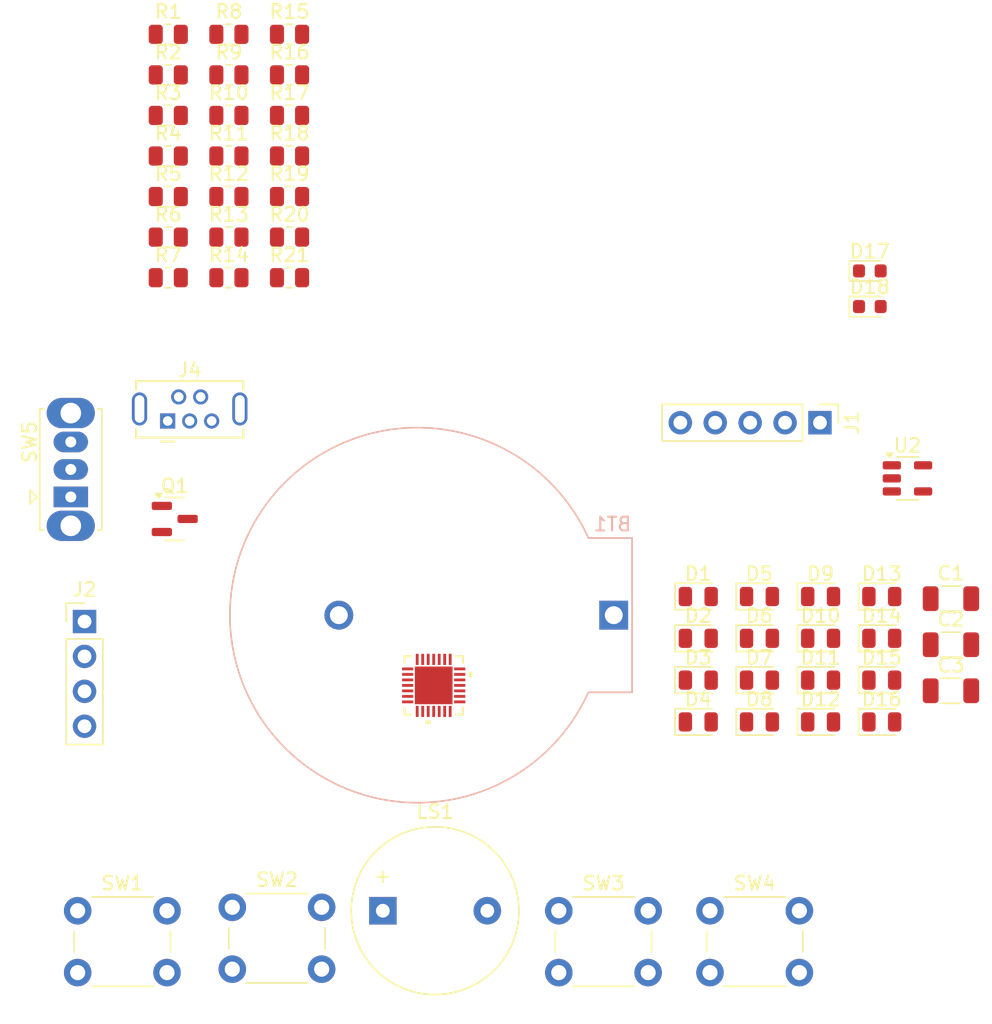
<source format=kicad_pcb>
(kicad_pcb (version 20241229) (generator "pcbnew") (generator_version "9.0")
  (layers (0 "F.Cu" signal) (2 "B.Cu" signal) (13 "F.Paste" user) (15 "B.Paste" user) (5 "F.SilkS" user "F.Silkscreen") (7 "B.SilkS" user "B.Silkscreen") (1 "F.Mask" user) (3 "B.Mask" user) (25 "Edge.Cuts" user))
  (net 0 "")
  (net 1 "Net-(BT1-+)")
  (net 2 "GND")
  (net 3 "Net-(D17-K)")
  (net 4 "Net-(SW5-B)")
  (net 5 "VCC")
  (net 6 "Net-(D1-A)")
  (net 7 "Net-(D2-A)")
  (net 8 "Net-(D3-A)")
  (net 9 "Net-(D4-A)")
  (net 10 "Net-(D5-A)")
  (net 11 "Net-(D6-A)")
  (net 12 "Net-(D7-A)")
  (net 13 "Net-(D8-A)")
  (net 14 "Net-(D9-A)")
  (net 15 "Net-(D10-A)")
  (net 16 "Net-(D11-A)")
  (net 17 "Net-(D12-A)")
  (net 18 "Net-(D13-A)")
  (net 19 "Net-(D14-A)")
  (net 20 "Net-(D15-A)")
  (net 21 "Net-(D16-A)")
  (net 22 "Net-(D17-A)")
  (net 23 "Net-(D18-K)")
  (net 24 "/MCLR")
  (net 25 "/PGC")
  (net 26 "/PGD")
  (net 27 "/SDA")
  (net 28 "/SCL")
  (net 32 "/RB5")
  (net 33 "/RB4")
  (net 34 "/RA0")
  (net 35 "/RB3")
  (net 36 "/RB2")
  (net 37 "/RB1")
  (net 38 "/RA1")
  (net 39 "/RA2")
  (net 40 "/RA3")
  (net 41 "/RA4")
  (net 42 "/RA5")
  (net 43 "/RA6")
  (net 44 "/RA7")
  (net 45 "/RC0")
  (net 46 "/RC1")
  (net 47 "/RC2")
  (net 48 "/RC5")
  (net 49 "/RC6")
  (net 50 "/RC7")
  (net 51 "/RB0")
  (footprint "Resistor_SMD:R_0805_2012Metric" (layer "F.Cu") (at 100.5925 68.5)
    (property "Reference" "R6" (at 0 -1.65 0) (layer "F.SilkS"))
    (property "Value" "C17540")
    (fp_line (start -0.227064 -0.735) (end 0.227064 -0.735) (stroke (width 0.12)) (layer "F.SilkS"))
    (fp_line (start -0.227064 0.735) (end 0.227064 0.735) (stroke (width 0.12)) (layer "F.SilkS"))
    (pad "1" smd roundrect (at -0.9125 0) (size 1.025 1.4) (layers "F.Cu" "F.Mask" "F.Paste") (roundrect_rratio 0.243902) (net 38 "/RA1"))
    (pad "2" smd roundrect (at 0.9125 0) (size 1.025 1.4) (layers "F.Cu" "F.Mask" "F.Paste") (roundrect_rratio 0.243902) (net 7 "Net-(D2-A)"))
  )
  (footprint "Resistor_SMD:R_0805_2012Metric" (layer "F.Cu") (at 109.4125 71.45)
    (property "Reference" "R21" (at 0 -1.65 0) (layer "F.SilkS"))
    (property "Value" "C17414")
    (fp_line (start -0.227064 -0.735) (end 0.227064 -0.735) (stroke (width 0.12)) (layer "F.SilkS"))
    (fp_line (start -0.227064 0.735) (end 0.227064 0.735) (stroke (width 0.12)) (layer "F.SilkS"))
    (pad "1" smd roundrect (at -0.9125 0) (size 1.025 1.4) (layers "F.Cu" "F.Mask" "F.Paste") (roundrect_rratio 0.243902) (net 2 "GND"))
    (pad "2" smd roundrect (at 0.9125 0) (size 1.025 1.4) (layers "F.Cu" "F.Mask" "F.Paste") (roundrect_rratio 0.243902) (net 3 "Net-(D17-K)"))
  )
  (footprint "LED_SMD:LED_0805_2012Metric" (layer "F.Cu") (at 139.145 97.685)
    (property "Reference" "D2" (at 0 -1.65 0) (layer "F.SilkS"))
    (property "Value" "C2297")
    (fp_line (start -1.685 -0.96) (end -1.685 0.96) (stroke (width 0.12)) (layer "F.SilkS"))
    (fp_line (start -1.685 0.96) (end 1 0.96) (stroke (width 0.12)) (layer "F.SilkS"))
    (fp_line (start 1 -0.96) (end -1.685 -0.96) (stroke (width 0.12)) (layer "F.SilkS"))
    (pad "1" smd roundrect (at -0.9375 0) (size 0.975 1.4) (layers "F.Cu" "F.Mask" "F.Paste") (net 2 "GND"))
    (pad "2" smd roundrect (at 0.9375 0) (size 0.975 1.4) (layers "F.Cu" "F.Mask" "F.Paste") (net 7 "Net-(D2-A)"))
  )
  (footprint "Button_Switch_THT:SW_PUSH_6mm_H5mm" (layer "F.Cu") (at 105.25 117.25)
    (property "Reference" "SW2" (at 3.25 -2 0) (layer "F.SilkS"))
    (property "Value" "SW_Push")
    (fp_line (start -0.25 1.5) (end -0.25 3) (stroke (width 0.12)) (layer "F.SilkS"))
    (fp_line (start 1 5.5) (end 5.5 5.5) (stroke (width 0.12)) (layer "F.SilkS"))
    (fp_line (start 5.5 -1) (end 1 -1) (stroke (width 0.12)) (layer "F.SilkS"))
    (fp_line (start 6.75 3) (end 6.75 1.5) (stroke (width 0.12)) (layer "F.SilkS"))
    (pad "1" thru_hole circle (at 0 0 90) (size 2 2) (drill 1.1) (layers "*.Cu" "*.Mask") (net 35 "/RB3"))
    (pad "1" thru_hole circle (at 6.5 0 90) (size 2 2) (drill 1.1) (layers "*.Cu" "*.Mask") (net 35 "/RB3"))
    (pad "2" thru_hole circle (at 0 4.5 90) (size 2 2) (drill 1.1) (layers "*.Cu" "*.Mask") (net 5 "VCC"))
    (pad "2" thru_hole circle (at 6.5 4.5 90) (size 2 2) (drill 1.1) (layers "*.Cu" "*.Mask") (net 5 "VCC"))
  )
  (footprint "Resistor_SMD:R_0805_2012Metric" (layer "F.Cu") (at 105.0025 56.7)
    (property "Reference" "R9" (at 0 -1.65 0) (layer "F.SilkS"))
    (property "Value" "C17540")
    (fp_line (start -0.227064 -0.735) (end 0.227064 -0.735) (stroke (width 0.12)) (layer "F.SilkS"))
    (fp_line (start -0.227064 0.735) (end 0.227064 0.735) (stroke (width 0.12)) (layer "F.SilkS"))
    (pad "1" smd roundrect (at -0.9125 0) (size 1.025 1.4) (layers "F.Cu" "F.Mask" "F.Paste") (roundrect_rratio 0.243902) (net 41 "/RA4"))
    (pad "2" smd roundrect (at 0.9125 0) (size 1.025 1.4) (layers "F.Cu" "F.Mask" "F.Paste") (roundrect_rratio 0.243902) (net 10 "Net-(D5-A)"))
  )
  (footprint "Resistor_SMD:R_0805_2012Metric" (layer "F.Cu") (at 105.0025 62.6)
    (property "Reference" "R11" (at 0 -1.65 0) (layer "F.SilkS"))
    (property "Value" "C17540")
    (fp_line (start -0.227064 -0.735) (end 0.227064 -0.735) (stroke (width 0.12)) (layer "F.SilkS"))
    (fp_line (start -0.227064 0.735) (end 0.227064 0.735) (stroke (width 0.12)) (layer "F.SilkS"))
    (pad "1" smd roundrect (at -0.9125 0) (size 1.025 1.4) (layers "F.Cu" "F.Mask" "F.Paste") (roundrect_rratio 0.243902) (net 43 "/RA6"))
    (pad "2" smd roundrect (at 0.9125 0) (size 1.025 1.4) (layers "F.Cu" "F.Mask" "F.Paste") (roundrect_rratio 0.243902) (net 12 "Net-(D7-A)"))
  )
  (footprint "Resistor_SMD:R_0805_2012Metric" (layer "F.Cu") (at 109.4125 65.55)
    (property "Reference" "R19" (at 0 -1.65 0) (layer "F.SilkS"))
    (property "Value" "C17540")
    (fp_line (start -0.227064 -0.735) (end 0.227064 -0.735) (stroke (width 0.12)) (layer "F.SilkS"))
    (fp_line (start -0.227064 0.735) (end 0.227064 0.735) (stroke (width 0.12)) (layer "F.SilkS"))
    (pad "1" smd roundrect (at -0.9125 0) (size 1.025 1.4) (layers "F.Cu" "F.Mask" "F.Paste") (roundrect_rratio 0.243902) (net 50 "/RC7"))
    (pad "2" smd roundrect (at 0.9125 0) (size 1.025 1.4) (layers "F.Cu" "F.Mask" "F.Paste") (roundrect_rratio 0.243902) (net 20 "Net-(D15-A)"))
  )
  (footprint "Resistor_SMD:R_0805_2012Metric" (layer "F.Cu") (at 109.4125 53.75)
    (property "Reference" "R15" (at 0 -1.65 0) (layer "F.SilkS"))
    (property "Value" "C17540")
    (fp_line (start -0.227064 -0.735) (end 0.227064 -0.735) (stroke (width 0.12)) (layer "F.SilkS"))
    (fp_line (start -0.227064 0.735) (end 0.227064 0.735) (stroke (width 0.12)) (layer "F.SilkS"))
    (pad "1" smd roundrect (at -0.9125 0) (size 1.025 1.4) (layers "F.Cu" "F.Mask" "F.Paste") (roundrect_rratio 0.243902) (net 47 "/RC2"))
    (pad "2" smd roundrect (at 0.9125 0) (size 1.025 1.4) (layers "F.Cu" "F.Mask" "F.Paste") (roundrect_rratio 0.243902) (net 16 "Net-(D11-A)"))
  )
  (footprint "LED_SMD:LED_0805_2012Metric" (layer "F.Cu") (at 143.595 103.765)
    (property "Reference" "D8" (at 0 -1.65 0) (layer "F.SilkS"))
    (property "Value" "C2297")
    (fp_line (start -1.685 -0.96) (end -1.685 0.96) (stroke (width 0.12)) (layer "F.SilkS"))
    (fp_line (start -1.685 0.96) (end 1 0.96) (stroke (width 0.12)) (layer "F.SilkS"))
    (fp_line (start 1 -0.96) (end -1.685 -0.96) (stroke (width 0.12)) (layer "F.SilkS"))
    (pad "1" smd roundrect (at -0.9375 0) (size 0.975 1.4) (layers "F.Cu" "F.Mask" "F.Paste") (net 2 "GND"))
    (pad "2" smd roundrect (at 0.9375 0) (size 0.975 1.4) (layers "F.Cu" "F.Mask" "F.Paste") (net 13 "Net-(D8-A)"))
  )
  (footprint "PIC18F27Q43-I-STX:VQFN28_STX_MCH" (layer "F.Cu") (at 119.899999 101.1077)
    (property "Reference" "U1" (hide yes))
    (property "Value" "PIC18F27Q43-I/STX")
    (fp_line (start -2.1209 -2.1209) (end -2.1209 -1.63434) (stroke (width 0.1524)) (layer "F.SilkS"))
    (fp_line (start -2.1209 1.63434) (end -2.1209 2.1209) (stroke (width 0.1524)) (layer "F.SilkS"))
    (fp_line (start -2.1209 2.1209) (end -1.63434 2.1209) (stroke (width 0.1524)) (layer "F.SilkS"))
    (fp_line (start -1.63434 -2.1209) (end -2.1209 -2.1209) (stroke (width 0.1524)) (layer "F.SilkS"))
    (fp_line (start 1.63434 2.1209) (end 2.1209 2.1209) (stroke (width 0.1524)) (layer "F.SilkS"))
    (fp_line (start 2.1209 -2.1209) (end 1.63434 -2.1209) (stroke (width 0.1524)) (layer "F.SilkS"))
    (fp_line (start 2.1209 -1.63434) (end 2.1209 -2.1209) (stroke (width 0.1524)) (layer "F.SilkS"))
    (fp_line (start 2.1209 2.1209) (end 2.1209 1.63434) (stroke (width 0.1524)) (layer "F.SilkS"))
    (fp_poly (pts (xy -0.590499 2.5527) (xy -0.590499 2.8067) (xy -0.209499 2.8067) (xy -0.209499 2.5527)) (fill yes) (layer "F.SilkS"))
    (fp_poly (pts (xy 2.8067 -0.990501) (xy 2.8067 -0.609501) (xy 2.5527 -0.609501) (xy 2.5527 -0.990501)) (fill yes) (layer "F.SilkS"))
    (pad "1" smd rect (at -1.8923 -1.2 90) (size 0.2032 0.8128) (layers "F.Cu" "F.Mask" "F.Paste") (net 39 "/RA2"))
    (pad "2" smd rect (at -1.8923 -0.800001 90) (size 0.2032 0.8128) (layers "F.Cu" "F.Mask" "F.Paste") (net 40 "/RA3"))
    (pad "3" smd rect (at -1.8923 -0.399999 90) (size 0.2032 0.8128) (layers "F.Cu" "F.Mask" "F.Paste") (net 41 "/RA4"))
    (pad "4" smd rect (at -1.8923 0 90) (size 0.2032 0.8128) (layers "F.Cu" "F.Mask" "F.Paste") (net 42 "/RA5"))
    (pad "5" smd rect (at -1.8923 0.399999 90) (size 0.2032 0.8128) (layers "F.Cu" "F.Mask" "F.Paste") (net 2 "GND"))
    (pad "6" smd rect (at -1.8923 0.800001 90) (size 0.2032 0.8128) (layers "F.Cu" "F.Mask" "F.Paste") (net 44 "/RA7"))
    (pad "7" smd rect (at -1.8923 1.2 90) (size 0.2032 0.8128) (layers "F.Cu" "F.Mask" "F.Paste") (net 43 "/RA6"))
    (pad "8" smd rect (at -1.2 1.8923) (size 0.2032 0.8128) (layers "F.Cu" "F.Mask" "F.Paste") (net 45 "/RC0"))
    (pad "9" smd rect (at -0.800001 1.8923) (size 0.2032 0.8128) (layers "F.Cu" "F.Mask" "F.Paste") (net 46 "/RC1"))
    (pad "10" smd rect (at -0.399999 1.8923) (size 0.2032 0.8128) (layers "F.Cu" "F.Mask" "F.Paste") (net 47 "/RC2"))
    (pad "11" smd rect (at 0 1.8923) (size 0.2032 0.8128) (layers "F.Cu" "F.Mask" "F.Paste") (net 28 "/SCL"))
    (pad "12" smd rect (at 0.399999 1.8923) (size 0.2032 0.8128) (layers "F.Cu" "F.Mask" "F.Paste") (net 27 "/SDA"))
    (pad "13" smd rect (at 0.800001 1.8923) (size 0.2032 0.8128) (layers "F.Cu" "F.Mask" "F.Paste") (net 48 "/RC5"))
    (pad "14" smd rect (at 1.2 1.8923) (size 0.2032 0.8128) (layers "F.Cu" "F.Mask" "F.Paste") (net 49 "/RC6"))
    (pad "15" smd rect (at 1.8923 1.2 90) (size 0.2032 0.8128) (layers "F.Cu" "F.Mask" "F.Paste") (net 50 "/RC7"))
    (pad "16" smd rect (at 1.8923 0.800001 90) (size 0.2032 0.8128) (layers "F.Cu" "F.Mask" "F.Paste") (net 2 "GND"))
    (pad "17" smd rect (at 1.8923 0.399999 90) (size 0.2032 0.8128) (layers "F.Cu" "F.Mask" "F.Paste") (net 5 "VCC"))
    (pad "18" smd rect (at 1.8923 0 90) (size 0.2032 0.8128) (layers "F.Cu" "F.Mask" "F.Paste") (net 51 "/RB0"))
    (pad "19" smd rect (at 1.8923 -0.399999 90) (size 0.2032 0.8128) (layers "F.Cu" "F.Mask" "F.Paste") (net 37 "/RB1"))
    (pad "20" smd rect (at 1.8923 -0.800001 90) (size 0.2032 0.8128) (layers "F.Cu" "F.Mask" "F.Paste") (net 36 "/RB2"))
    (pad "21" smd rect (at 1.8923 -1.2 90) (size 0.2032 0.8128) (layers "F.Cu" "F.Mask" "F.Paste") (net 35 "/RB3"))
    (pad "22" smd rect (at 1.2 -1.8923) (size 0.2032 0.8128) (layers "F.Cu" "F.Mask" "F.Paste") (net 33 "/RB4"))
    (pad "23" smd rect (at 0.800001 -1.8923) (size 0.2032 0.8128) (layers "F.Cu" "F.Mask" "F.Paste") (net 32 "/RB5"))
    (pad "24" smd rect (at 0.399999 -1.8923) (size 0.2032 0.8128) (layers "F.Cu" "F.Mask" "F.Paste") (net 25 "/PGC"))
    (pad "25" smd rect (at 0 -1.8923) (size 0.2032 0.8128) (layers "F.Cu" "F.Mask" "F.Paste") (net 26 "/PGD"))
    (pad "26" smd rect (at -0.399999 -1.8923) (size 0.2032 0.8128) (layers "F.Cu" "F.Mask" "F.Paste") (net 24 "/MCLR"))
    (pad "27" smd rect (at -0.800001 -1.8923) (size 0.2032 0.8128) (layers "F.Cu" "F.Mask" "F.Paste") (net 34 "/RA0"))
    (pad "28" smd rect (at -1.2 -1.8923) (size 0.2032 0.8128) (layers "F.Cu" "F.Mask" "F.Paste") (net 38 "/RA1"))
    (pad "29" smd rect (at 0 0) (size 2.7432 2.7432) (layers "F.Cu" "F.Mask" "F.Paste") (net 2 "GND"))
  )
  (footprint "Resistor_SMD:R_0805_2012Metric" (layer "F.Cu") (at 109.4125 68.5)
    (property "Reference" "R20" (at 0 -1.65 0) (layer "F.SilkS"))
    (property "Value" "C17540")
    (fp_line (start -0.227064 -0.735) (end 0.227064 -0.735) (stroke (width 0.12)) (layer "F.SilkS"))
    (fp_line (start -0.227064 0.735) (end 0.227064 0.735) (stroke (width 0.12)) (layer "F.SilkS"))
    (pad "1" smd roundrect (at -0.9125 0) (size 1.025 1.4) (layers "F.Cu" "F.Mask" "F.Paste") (roundrect_rratio 0.243902) (net 51 "/RB0"))
    (pad "2" smd roundrect (at 0.9125 0) (size 1.025 1.4) (layers "F.Cu" "F.Mask" "F.Paste") (roundrect_rratio 0.243902) (net 21 "Net-(D16-A)"))
  )
  (footprint "LED_SMD:LED_0805_2012Metric" (layer "F.Cu") (at 139.145 94.645)
    (property "Reference" "D1" (at 0 -1.65 0) (layer "F.SilkS"))
    (property "Value" "C2297")
    (fp_line (start -1.685 -0.96) (end -1.685 0.96) (stroke (width 0.12)) (layer "F.SilkS"))
    (fp_line (start -1.685 0.96) (end 1 0.96) (stroke (width 0.12)) (layer "F.SilkS"))
    (fp_line (start 1 -0.96) (end -1.685 -0.96) (stroke (width 0.12)) (layer "F.SilkS"))
    (pad "1" smd roundrect (at -0.9375 0) (size 0.975 1.4) (layers "F.Cu" "F.Mask" "F.Paste") (net 2 "GND"))
    (pad "2" smd roundrect (at 0.9375 0) (size 0.975 1.4) (layers "F.Cu" "F.Mask" "F.Paste") (net 6 "Net-(D1-A)"))
  )
  (footprint "LED_SMD:LED_0805_2012Metric" (layer "F.Cu") (at 143.595 94.645)
    (property "Reference" "D5" (at 0 -1.65 0) (layer "F.SilkS"))
    (property "Value" "C2297")
    (fp_line (start -1.685 -0.96) (end -1.685 0.96) (stroke (width 0.12)) (layer "F.SilkS"))
    (fp_line (start -1.685 0.96) (end 1 0.96) (stroke (width 0.12)) (layer "F.SilkS"))
    (fp_line (start 1 -0.96) (end -1.685 -0.96) (stroke (width 0.12)) (layer "F.SilkS"))
    (pad "1" smd roundrect (at -0.9375 0) (size 0.975 1.4) (layers "F.Cu" "F.Mask" "F.Paste") (net 2 "GND"))
    (pad "2" smd roundrect (at 0.9375 0) (size 0.975 1.4) (layers "F.Cu" "F.Mask" "F.Paste") (net 10 "Net-(D5-A)"))
  )
  (footprint "Resistor_SMD:R_0805_2012Metric" (layer "F.Cu") (at 109.4125 59.65)
    (property "Reference" "R17" (at 0 -1.65 0) (layer "F.SilkS"))
    (property "Value" "C17540")
    (fp_line (start -0.227064 -0.735) (end 0.227064 -0.735) (stroke (width 0.12)) (layer "F.SilkS"))
    (fp_line (start -0.227064 0.735) (end 0.227064 0.735) (stroke (width 0.12)) (layer "F.SilkS"))
    (pad "1" smd roundrect (at -0.9125 0) (size 1.025 1.4) (layers "F.Cu" "F.Mask" "F.Paste") (roundrect_rratio 0.243902) (net 49 "/RC6"))
    (pad "2" smd roundrect (at 0.9125 0) (size 1.025 1.4) (layers "F.Cu" "F.Mask" "F.Paste") (roundrect_rratio 0.243902) (net 18 "Net-(D13-A)"))
  )
  (footprint "Resistor_SMD:R_0805_2012Metric" (layer "F.Cu") (at 100.5925 62.6)
    (property "Reference" "R4" (at 0 -1.65 0) (layer "F.SilkS"))
    (property "Value" "C17414")
    (fp_line (start -0.227064 -0.735) (end 0.227064 -0.735) (stroke (width 0.12)) (layer "F.SilkS"))
    (fp_line (start -0.227064 0.735) (end 0.227064 0.735) (stroke (width 0.12)) (layer "F.SilkS"))
    (pad "1" smd roundrect (at -0.9125 0) (size 1.025 1.4) (layers "F.Cu" "F.Mask" "F.Paste") (roundrect_rratio 0.243902) (net 2 "GND"))
    (pad "2" smd roundrect (at 0.9125 0) (size 1.025 1.4) (layers "F.Cu" "F.Mask" "F.Paste") (roundrect_rratio 0.243902) (net 36 "/RB2"))
  )
  (footprint "Resistor_SMD:R_0805_2012Metric" (layer "F.Cu") (at 100.5925 65.55)
    (property "Reference" "R5" (at 0 -1.65 0) (layer "F.SilkS"))
    (property "Value" "C17414")
    (fp_line (start -0.227064 -0.735) (end 0.227064 -0.735) (stroke (width 0.12)) (layer "F.SilkS"))
    (fp_line (start -0.227064 0.735) (end 0.227064 0.735) (stroke (width 0.12)) (layer "F.SilkS"))
    (pad "1" smd roundrect (at -0.9125 0) (size 1.025 1.4) (layers "F.Cu" "F.Mask" "F.Paste") (roundrect_rratio 0.243902) (net 2 "GND"))
    (pad "2" smd roundrect (at 0.9125 0) (size 1.025 1.4) (layers "F.Cu" "F.Mask" "F.Paste") (roundrect_rratio 0.243902) (net 37 "/RB1"))
  )
  (footprint "Resistor_SMD:R_0805_2012Metric" (layer "F.Cu") (at 105.0025 59.65)
    (property "Reference" "R10" (at 0 -1.65 0) (layer "F.SilkS"))
    (property "Value" "C17540")
    (fp_line (start -0.227064 -0.735) (end 0.227064 -0.735) (stroke (width 0.12)) (layer "F.SilkS"))
    (fp_line (start -0.227064 0.735) (end 0.227064 0.735) (stroke (width 0.12)) (layer "F.SilkS"))
    (pad "1" smd roundrect (at -0.9125 0) (size 1.025 1.4) (layers "F.Cu" "F.Mask" "F.Paste") (roundrect_rratio 0.243902) (net 42 "/RA5"))
    (pad "2" smd roundrect (at 0.9125 0) (size 1.025 1.4) (layers "F.Cu" "F.Mask" "F.Paste") (roundrect_rratio 0.243902) (net 11 "Net-(D6-A)"))
  )
  (footprint "Resistor_SMD:R_0805_2012Metric" (layer "F.Cu") (at 105.0025 71.45)
    (property "Reference" "R14" (at 0 -1.65 0) (layer "F.SilkS"))
    (property "Value" "C17540")
    (fp_line (start -0.227064 -0.735) (end 0.227064 -0.735) (stroke (width 0.12)) (layer "F.SilkS"))
    (fp_line (start -0.227064 0.735) (end 0.227064 0.735) (stroke (width 0.12)) (layer "F.SilkS"))
    (pad "1" smd roundrect (at -0.9125 0) (size 1.025 1.4) (layers "F.Cu" "F.Mask" "F.Paste") (roundrect_rratio 0.243902) (net 46 "/RC1"))
    (pad "2" smd roundrect (at 0.9125 0) (size 1.025 1.4) (layers "F.Cu" "F.Mask" "F.Paste") (roundrect_rratio 0.243902) (net 15 "Net-(D10-A)"))
  )
  (footprint "Button_Switch_THT:SW_PUSH_6mm_H5mm" (layer "F.Cu") (at 129 117.5)
    (property "Reference" "SW3" (at 3.25 -2 0) (layer "F.SilkS"))
    (property "Value" "SW_Push")
    (fp_line (start -0.25 1.5) (end -0.25 3) (stroke (width 0.12)) (layer "F.SilkS"))
    (fp_line (start 1 5.5) (end 5.5 5.5) (stroke (width 0.12)) (layer "F.SilkS"))
    (fp_line (start 5.5 -1) (end 1 -1) (stroke (width 0.12)) (layer "F.SilkS"))
    (fp_line (start 6.75 3) (end 6.75 1.5) (stroke (width 0.12)) (layer "F.SilkS"))
    (pad "1" thru_hole circle (at 0 0 90) (size 2 2) (drill 1.1) (layers "*.Cu" "*.Mask") (net 36 "/RB2"))
    (pad "1" thru_hole circle (at 6.5 0 90) (size 2 2) (drill 1.1) (layers "*.Cu" "*.Mask") (net 36 "/RB2"))
    (pad "2" thru_hole circle (at 0 4.5 90) (size 2 2) (drill 1.1) (layers "*.Cu" "*.Mask") (net 5 "VCC"))
    (pad "2" thru_hole circle (at 6.5 4.5 90) (size 2 2) (drill 1.1) (layers "*.Cu" "*.Mask") (net 5 "VCC"))
  )
  (footprint "Connector_USB:USB_Mini-B_Tensility_54-00023_Vertical" (layer "F.Cu") (at 100.55 81.875)
    (property "Reference" "J4" (at 1.6 -3.7 0) (layer "F.SilkS"))
    (property "Value" "USB_B_Mini")
    (fp_line (start -2.3 -2.9) (end 5.5 -2.9) (stroke (width 0.15)) (layer "F.SilkS"))
    (fp_line (start -2.3 -2.3) (end -2.3 -2.9) (stroke (width 0.15)) (layer "F.SilkS"))
    (fp_line (start -2.3 0.6) (end -2.3 1.2) (stroke (width 0.15)) (layer "F.SilkS"))
    (fp_line (start -2.3 1.2) (end 5.5 1.2) (stroke (width 0.15)) (layer "F.SilkS"))
    (fp_line (start -0.5 1.5) (end 0.5 1.5) (stroke (width 0.15)) (layer "F.SilkS"))
    (fp_line (start 5.5 -2.9) (end 5.5 -2.3) (stroke (width 0.15)) (layer "F.SilkS"))
    (fp_line (start 5.5 1.2) (end 5.5 0.6) (stroke (width 0.15)) (layer "F.SilkS"))
    (pad "1" thru_hole rect (at 0 0) (size 1.1 1.1) (drill 0.7) (layers "*.Cu" "*.Mask") (net 22 "Net-(D17-A)"))
    (pad "2" thru_hole circle (at 0.8 -1.75) (size 1.1 1.1) (drill 0.7) (layers "*.Cu" "*.Mask"))
    (pad "3" thru_hole circle (at 1.6 0) (size 1.1 1.1) (drill 0.7) (layers "*.Cu" "*.Mask"))
    (pad "4" thru_hole circle (at 2.4 -1.75) (size 1.1 1.1) (drill 0.7) (layers "*.Cu" "*.Mask"))
    (pad "5" thru_hole circle (at 3.2 0) (size 1.1 1.1) (drill 0.7) (layers "*.Cu" "*.Mask") (net 2 "GND"))
    (pad "6" thru_hole oval (at -2.05 -0.875) (size 1.1 2.4) (drill oval 0.7 2) (layers "*.Cu" "*.Mask") (net 2 "GND"))
    (pad "6" thru_hole oval (at 5.25 -0.875) (size 1.1 2.4) (drill oval 0.7 2) (layers "*.Cu" "*.Mask") (net 2 "GND"))
  )
  (footprint "Button_Switch_THT:SW_PUSH_6mm_H5mm" (layer "F.Cu") (at 140 117.5)
    (property "Reference" "SW4" (at 3.25 -2 0) (layer "F.SilkS"))
    (property "Value" "SW_Push")
    (fp_line (start -0.25 1.5) (end -0.25 3) (stroke (width 0.12)) (layer "F.SilkS"))
    (fp_line (start 1 5.5) (end 5.5 5.5) (stroke (width 0.12)) (layer "F.SilkS"))
    (fp_line (start 5.5 -1) (end 1 -1) (stroke (width 0.12)) (layer "F.SilkS"))
    (fp_line (start 6.75 3) (end 6.75 1.5) (stroke (width 0.12)) (layer "F.SilkS"))
    (pad "1" thru_hole circle (at 0 0 90) (size 2 2) (drill 1.1) (layers "*.Cu" "*.Mask") (net 37 "/RB1"))
    (pad "1" thru_hole circle (at 6.5 0 90) (size 2 2) (drill 1.1) (layers "*.Cu" "*.Mask") (net 37 "/RB1"))
    (pad "2" thru_hole circle (at 0 4.5 90) (size 2 2) (drill 1.1) (layers "*.Cu" "*.Mask") (net 5 "VCC"))
    (pad "2" thru_hole circle (at 6.5 4.5 90) (size 2 2) (drill 1.1) (layers "*.Cu" "*.Mask") (net 5 "VCC"))
  )
  (footprint "Button_Switch_THT:SW_Slide_SPDT_Straight_CK_OS102011MS2Q" (layer "F.Cu") (at 93.5 87.4 90)
    (property "Reference" "SW5" (at 3.99 -2.99 90) (layer "F.SilkS"))
    (property "Value" "SW_SPDT")
    (fp_line (start 0.5 -2.96) (end -0.5 -2.96) (stroke (width 0.12)) (layer "F.SilkS"))
    (fp_line (start -0.5 -2.96) (end 0 -2.46) (stroke (width 0.12)) (layer "F.SilkS"))
    (fp_line (start 0 -2.46) (end 0.5 -2.96) (stroke (width 0.12)) (layer "F.SilkS"))
    (fp_line (start 6.41 -2.26) (end 6.41 -1.95) (stroke (width 0.12)) (layer "F.SilkS"))
    (fp_line (start -2.41 -2.26) (end 6.41 -2.26) (stroke (width 0.12)) (layer "F.SilkS"))
    (fp_line (start -2.41 -1.95) (end -2.41 -2.26) (stroke (width 0.12)) (layer "F.SilkS"))
    (fp_line (start 6.41 2.26) (end 6.41 1.95) (stroke (width 0.12)) (layer "F.SilkS"))
    (fp_line (start 6.41 2.26) (end -2.41 2.26) (stroke (width 0.12)) (layer "F.SilkS"))
    (fp_line (start -2.41 2.26) (end -2.41 1.95) (stroke (width 0.12)) (layer "F.SilkS"))
    (pad "" thru_hole oval (at -2.1 0 90) (size 2.2 3.5) (drill 1.5) (layers "*.Cu" "*.Mask"))
    (pad "" thru_hole oval (at 6.1 0 90) (size 2.2 3.5) (drill 1.5) (layers "*.Cu" "*.Mask"))
    (pad "1" thru_hole rect (at 0 0 90) (size 1.5 2.5) (drill 0.8) (layers "*.Cu" "*.Mask") (net 5 "VCC"))
    (pad "2" thru_hole oval (at 2 0 90) (size 1.5 2.5) (drill 0.8) (layers "*.Cu" "*.Mask") (net 4 "Net-(SW5-B)"))
    (pad "3" thru_hole oval (at 4 0 90) (size 1.5 2.5) (drill 0.8) (layers "*.Cu" "*.Mask"))
  )
  (footprint "Connector_PinHeader_2.54mm:PinHeader_1x04_P2.54mm_Vertical" (layer "F.Cu") (at 94.5 96.46)
    (property "Reference" "J2" (at 0 -2.33 0) (layer "F.SilkS"))
    (property "Value" "OLED_Connector")
    (fp_line (start -1.33 -1.33) (end 0 -1.33) (stroke (width 0.12)) (layer "F.SilkS"))
    (fp_line (start -1.33 0) (end -1.33 -1.33) (stroke (width 0.12)) (layer "F.SilkS"))
    (fp_line (start -1.33 1.27) (end -1.33 8.95) (stroke (width 0.12)) (layer "F.SilkS"))
    (fp_line (start -1.33 1.27) (end 1.33 1.27) (stroke (width 0.12)) (layer "F.SilkS"))
    (fp_line (start -1.33 8.95) (end 1.33 8.95) (stroke (width 0.12)) (layer "F.SilkS"))
    (fp_line (start 1.33 1.27) (end 1.33 8.95) (stroke (width 0.12)) (layer "F.SilkS"))
    (pad "1" thru_hole rect (at 0 0) (size 1.7 1.7) (drill 1) (layers "*.Cu" "*.Mask") (net 27 "/SDA"))
    (pad "2" thru_hole oval (at 0 2.54) (size 1.7 1.7) (drill 1) (layers "*.Cu" "*.Mask") (net 28 "/SCL"))
    (pad "3" thru_hole oval (at 0 5.08) (size 1.7 1.7) (drill 1) (layers "*.Cu" "*.Mask") (net 5 "VCC"))
    (pad "4" thru_hole oval (at 0 7.62) (size 1.7 1.7) (drill 1) (layers "*.Cu" "*.Mask") (net 2 "GND"))
  )
  (footprint "LED_SMD:LED_0805_2012Metric" (layer "F.Cu") (at 148.045 100.725)
    (property "Reference" "D11" (at 0 -1.65 0) (layer "F.SilkS"))
    (property "Value" "C2297")
    (fp_line (start -1.685 -0.96) (end -1.685 0.96) (stroke (width 0.12)) (layer "F.SilkS"))
    (fp_line (start -1.685 0.96) (end 1 0.96) (stroke (width 0.12)) (layer "F.SilkS"))
    (fp_line (start 1 -0.96) (end -1.685 -0.96) (stroke (width 0.12)) (layer "F.SilkS"))
    (pad "1" smd roundrect (at -0.9375 0) (size 0.975 1.4) (layers "F.Cu" "F.Mask" "F.Paste") (net 2 "GND"))
    (pad "2" smd roundrect (at 0.9375 0) (size 0.975 1.4) (layers "F.Cu" "F.Mask" "F.Paste") (net 16 "Net-(D11-A)"))
  )
  (footprint "LED_SMD:LED_0805_2012Metric" (layer "F.Cu") (at 148.045 97.685)
    (property "Reference" "D10" (at 0 -1.65 0) (layer "F.SilkS"))
    (property "Value" "C2297")
    (fp_line (start -1.685 -0.96) (end -1.685 0.96) (stroke (width 0.12)) (layer "F.SilkS"))
    (fp_line (start -1.685 0.96) (end 1 0.96) (stroke (width 0.12)) (layer "F.SilkS"))
    (fp_line (start 1 -0.96) (end -1.685 -0.96) (stroke (width 0.12)) (layer "F.SilkS"))
    (pad "1" smd roundrect (at -0.9375 0) (size 0.975 1.4) (layers "F.Cu" "F.Mask" "F.Paste") (net 2 "GND"))
    (pad "2" smd roundrect (at 0.9375 0) (size 0.975 1.4) (layers "F.Cu" "F.Mask" "F.Paste") (net 15 "Net-(D10-A)"))
  )
  (footprint "Connector_PinHeader_2.54mm:PinHeader_1x05_P2.54mm_Vertical" (layer "F.Cu") (at 148 82 -90)
    (property "Reference" "J1" (at 0 -2.33 90) (layer "F.SilkS"))
    (property "Value" "Conn_PIC_ICSP_ICD")
    (fp_line (start -1.33 11.49) (end 1.33 11.49) (stroke (width 0.12)) (layer "F.SilkS"))
    (fp_line (start -1.33 1.27) (end -1.33 11.49) (stroke (width 0.12)) (layer "F.SilkS"))
    (fp_line (start -1.33 1.27) (end 1.33 1.27) (stroke (width 0.12)) (layer "F.SilkS"))
    (fp_line (start 1.33 1.27) (end 1.33 11.49) (stroke (width 0.12)) (layer "F.SilkS"))
    (fp_line (start -1.33 0) (end -1.33 -1.33) (stroke (width 0.12)) (layer "F.SilkS"))
    (fp_line (start -1.33 -1.33) (end 0 -1.33) (stroke (width 0.12)) (layer "F.SilkS"))
    (pad "1" thru_hole rect (at 0 0 270) (size 1.7 1.7) (drill 1) (layers "*.Cu" "*.Mask") (net 24 "/MCLR"))
    (pad "2" thru_hole oval (at 0 2.54 270) (size 1.7 1.7) (drill 1) (layers "*.Cu" "*.Mask") (net 5 "VCC"))
    (pad "3" thru_hole oval (at 0 5.08 270) (size 1.7 1.7) (drill 1) (layers "*.Cu" "*.Mask") (net 2 "GND"))
    (pad "4" thru_hole oval (at 0 7.62 270) (size 1.7 1.7) (drill 1) (layers "*.Cu" "*.Mask") (net 26 "/PGD"))
    (pad "5" thru_hole oval (at 0 10.16 270) (size 1.7 1.7) (drill 1) (layers "*.Cu" "*.Mask") (net 25 "/PGC"))
  )
  (footprint "Buzzer_Beeper:Buzzer_12x9.5RM7.6" (layer "F.Cu") (at 116.2 117.5)
    (property "Reference" "LS1" (at 3.8 -7.2 0) (layer "F.SilkS"))
    (property "Value" "Speaker")
    (fp_circle (center 3.8 0) (end 9.9 0) (stroke (width 0.12)) (fill no) (layer "F.SilkS"))
    (fp_text user "+" (at -0.01 -2.54 0) (layer "F.SilkS"))
    (pad "1" thru_hole rect (at 0 0) (size 2 2) (drill 1) (layers "*.Cu" "*.Mask") (net 32 "/RB5"))
    (pad "2" thru_hole circle (at 7.6 0) (size 2 2) (drill 1) (layers "*.Cu" "*.Mask") (net 2 "GND"))
  )
  (footprint "Capacitor_SMD:C_1206_3216Metric" (layer "F.Cu") (at 157.525 94.8)
    (property "Reference" "C1" (at 0 -1.85 0) (layer "F.SilkS"))
    (property "Value" "C15008")
    (fp_line (start -0.711252 -0.91) (end 0.711252 -0.91) (stroke (width 0.12)) (layer "F.SilkS"))
    (fp_line (start -0.711252 0.91) (end 0.711252 0.91) (stroke (width 0.12)) (layer "F.SilkS"))
    (pad "1" smd roundrect (at -1.475 0) (size 1.15 1.8) (layers "F.Cu" "F.Mask" "F.Paste") (roundrect_rratio 0.217391) (net 3 "Net-(D17-K)"))
    (pad "2" smd roundrect (at 1.475 0) (size 1.15 1.8) (layers "F.Cu" "F.Mask" "F.Paste") (roundrect_rratio 0.217391) (net 2 "GND"))
  )
  (footprint "Resistor_SMD:R_0805_2012Metric" (layer "F.Cu") (at 100.5925 56.7)
    (property "Reference" "R2" (at 0 -1.65 0) (layer "F.SilkS"))
    (property "Value" "C17540")
    (fp_line (start -0.227064 -0.735) (end 0.227064 -0.735) (stroke (width 0.12)) (layer "F.SilkS"))
    (fp_line (start -0.227064 0.735) (end 0.227064 0.735) (stroke (width 0.12)) (layer "F.SilkS"))
    (pad "1" smd roundrect (at -0.9125 0) (size 1.025 1.4) (layers "F.Cu" "F.Mask" "F.Paste") (roundrect_rratio 0.243902) (net 34 "/RA0"))
    (pad "2" smd roundrect (at 0.9125 0) (size 1.025 1.4) (layers "F.Cu" "F.Mask" "F.Paste") (roundrect_rratio 0.243902) (net 6 "Net-(D1-A)"))
  )
  (footprint "LED_SMD:LED_0805_2012Metric" (layer "F.Cu") (at 152.495 103.765)
    (property "Reference" "D16" (at 0 -1.65 0) (layer "F.SilkS"))
    (property "Value" "C2297")
    (fp_line (start -1.685 -0.96) (end -1.685 0.96) (stroke (width 0.12)) (layer "F.SilkS"))
    (fp_line (start -1.685 0.96) (end 1 0.96) (stroke (width 0.12)) (layer "F.SilkS"))
    (fp_line (start 1 -0.96) (end -1.685 -0.96) (stroke (width 0.12)) (layer "F.SilkS"))
    (pad "1" smd roundrect (at -0.9375 0) (size 0.975 1.4) (layers "F.Cu" "F.Mask" "F.Paste") (net 2 "GND"))
    (pad "2" smd roundrect (at 0.9375 0) (size 0.975 1.4) (layers "F.Cu" "F.Mask" "F.Paste") (net 21 "Net-(D16-A)"))
  )
  (footprint "LED_SMD:LED_0805_2012Metric" (layer "F.Cu") (at 139.145 100.725)
    (property "Reference" "D3" (at 0 -1.65 0) (layer "F.SilkS"))
    (property "Value" "C2297")
    (fp_line (start -1.685 -0.96) (end -1.685 0.96) (stroke (width 0.12)) (layer "F.SilkS"))
    (fp_line (start -1.685 0.96) (end 1 0.96) (stroke (width 0.12)) (layer "F.SilkS"))
    (fp_line (start 1 -0.96) (end -1.685 -0.96) (stroke (width 0.12)) (layer "F.SilkS"))
    (pad "1" smd roundrect (at -0.9375 0) (size 0.975 1.4) (layers "F.Cu" "F.Mask" "F.Paste") (net 2 "GND"))
    (pad "2" smd roundrect (at 0.9375 0) (size 0.975 1.4) (layers "F.Cu" "F.Mask" "F.Paste") (net 8 "Net-(D3-A)"))
  )
  (footprint "Resistor_SMD:R_0805_2012Metric" (layer "F.Cu") (at 100.5925 53.75)
    (property "Reference" "R1" (at 0 -1.65 0) (layer "F.SilkS"))
    (property "Value" "C17414")
    (fp_line (start -0.227064 -0.735) (end 0.227064 -0.735) (stroke (width 0.12)) (layer "F.SilkS"))
    (fp_line (start -0.227064 0.735) (end 0.227064 0.735) (stroke (width 0.12)) (layer "F.SilkS"))
    (pad "1" smd roundrect (at -0.9125 0) (size 1.025 1.4) (layers "F.Cu" "F.Mask" "F.Paste") (roundrect_rratio 0.243902) (net 2 "GND"))
    (pad "2" smd roundrect (at 0.9125 0) (size 1.025 1.4) (layers "F.Cu" "F.Mask" "F.Paste") (roundrect_rratio 0.243902) (net 33 "/RB4"))
  )
  (footprint "LED_SMD:LED_0805_2012Metric" (layer "F.Cu") (at 148.045 94.645)
    (property "Reference" "D9" (at 0 -1.65 0) (layer "F.SilkS"))
    (property "Value" "C2297")
    (fp_line (start -1.685 -0.96) (end -1.685 0.96) (stroke (width 0.12)) (layer "F.SilkS"))
    (fp_line (start -1.685 0.96) (end 1 0.96) (stroke (width 0.12)) (layer "F.SilkS"))
    (fp_line (start 1 -0.96) (end -1.685 -0.96) (stroke (width 0.12)) (layer "F.SilkS"))
    (pad "1" smd roundrect (at -0.9375 0) (size 0.975 1.4) (layers "F.Cu" "F.Mask" "F.Paste") (net 2 "GND"))
    (pad "2" smd roundrect (at 0.9375 0) (size 0.975 1.4) (layers "F.Cu" "F.Mask" "F.Paste") (net 14 "Net-(D9-A)"))
  )
  (footprint "Resistor_SMD:R_0805_2012Metric" (layer "F.Cu") (at 105.0025 65.55)
    (property "Reference" "R12" (at 0 -1.65 0) (layer "F.SilkS"))
    (property "Value" "C17540")
    (fp_line (start -0.227064 -0.735) (end 0.227064 -0.735) (stroke (width 0.12)) (layer "F.SilkS"))
    (fp_line (start -0.227064 0.735) (end 0.227064 0.735) (stroke (width 0.12)) (layer "F.SilkS"))
    (pad "1" smd roundrect (at -0.9125 0) (size 1.025 1.4) (layers "F.Cu" "F.Mask" "F.Paste") (roundrect_rratio 0.243902) (net 44 "/RA7"))
    (pad "2" smd roundrect (at 0.9125 0) (size 1.025 1.4) (layers "F.Cu" "F.Mask" "F.Paste") (roundrect_rratio 0.243902) (net 13 "Net-(D8-A)"))
  )
  (footprint "Resistor_SMD:R_0805_2012Metric" (layer "F.Cu") (at 109.4125 62.6)
    (property "Reference" "R18" (at 0 -1.65 0) (layer "F.SilkS"))
    (property "Value" "C17540")
    (fp_line (start -0.227064 -0.735) (end 0.227064 -0.735) (stroke (width 0.12)) (layer "F.SilkS"))
    (fp_line (start -0.227064 0.735) (end 0.227064 0.735) (stroke (width 0.12)) (layer "F.SilkS"))
    (pad "1" smd roundrect (at -0.9125 0) (size 1.025 1.4) (layers "F.Cu" "F.Mask" "F.Paste") (roundrect_rratio 0.243902) (net 5 "VCC"))
    (pad "2" smd roundrect (at 0.9125 0) (size 1.025 1.4) (layers "F.Cu" "F.Mask" "F.Paste") (roundrect_rratio 0.243902) (net 19 "Net-(D14-A)"))
  )
  (footprint "LED_SMD:LED_0805_2012Metric" (layer "F.Cu") (at 143.595 97.685)
    (property "Reference" "D6" (at 0 -1.65 0) (layer "F.SilkS"))
    (property "Value" "C2297")
    (fp_line (start -1.685 -0.96) (end -1.685 0.96) (stroke (width 0.12)) (layer "F.SilkS"))
    (fp_line (start -1.685 0.96) (end 1 0.96) (stroke (width 0.12)) (layer "F.SilkS"))
    (fp_line (start 1 -0.96) (end -1.685 -0.96) (stroke (width 0.12)) (layer "F.SilkS"))
    (pad "1" smd roundrect (at -0.9375 0) (size 0.975 1.4) (layers "F.Cu" "F.Mask" "F.Paste") (net 2 "GND"))
    (pad "2" smd roundrect (at 0.9375 0) (size 0.975 1.4) (layers "F.Cu" "F.Mask" "F.Paste") (net 11 "Net-(D6-A)"))
  )
  (footprint "LED_SMD:LED_0805_2012Metric" (layer "F.Cu") (at 152.495 100.725)
    (property "Reference" "D15" (at 0 -1.65 0) (layer "F.SilkS"))
    (property "Value" "C2297")
    (fp_line (start -1.685 -0.96) (end -1.685 0.96) (stroke (width 0.12)) (layer "F.SilkS"))
    (fp_line (start -1.685 0.96) (end 1 0.96) (stroke (width 0.12)) (layer "F.SilkS"))
    (fp_line (start 1 -0.96) (end -1.685 -0.96) (stroke (width 0.12)) (layer "F.SilkS"))
    (pad "1" smd roundrect (at -0.9375 0) (size 0.975 1.4) (layers "F.Cu" "F.Mask" "F.Paste") (net 2 "GND"))
    (pad "2" smd roundrect (at 0.9375 0) (size 0.975 1.4) (layers "F.Cu" "F.Mask" "F.Paste") (net 20 "Net-(D15-A)"))
  )
  (footprint "Button_Switch_THT:SW_PUSH_6mm_H5mm" (layer "F.Cu") (at 94 117.5)
    (property "Reference" "SW1" (at 3.25 -2 0) (layer "F.SilkS"))
    (property "Value" "SW_Push")
    (fp_line (start -0.25 1.5) (end -0.25 3) (stroke (width 0.12)) (layer "F.SilkS"))
    (fp_line (start 1 5.5) (end 5.5 5.5) (stroke (width 0.12)) (layer "F.SilkS"))
    (fp_line (start 5.5 -1) (end 1 -1) (stroke (width 0.12)) (layer "F.SilkS"))
    (fp_line (start 6.75 3) (end 6.75 1.5) (stroke (width 0.12)) (layer "F.SilkS"))
    (pad "1" thru_hole circle (at 0 0 90) (size 2 2) (drill 1.1) (layers "*.Cu" "*.Mask") (net 33 "/RB4"))
    (pad "1" thru_hole circle (at 6.5 0 90) (size 2 2) (drill 1.1) (layers "*.Cu" "*.Mask") (net 33 "/RB4"))
    (pad "2" thru_hole circle (at 0 4.5 90) (size 2 2) (drill 1.1) (layers "*.Cu" "*.Mask") (net 5 "VCC"))
    (pad "2" thru_hole circle (at 6.5 4.5 90) (size 2 2) (drill 1.1) (layers "*.Cu" "*.Mask") (net 5 "VCC"))
  )
  (footprint "Diode_SMD:D_0603_1608Metric" (layer "F.Cu") (at 151.625 73.55)
    (property "Reference" "D18" (at 0 -1.43 0) (layer "F.SilkS"))
    (property "Value" "C3758192")
    (fp_line (start -1.485 -0.735) (end -1.485 0.735) (stroke (width 0.12)) (layer "F.SilkS"))
    (fp_line (start -1.485 0.735) (end 0.8 0.735) (stroke (width 0.12)) (layer "F.SilkS"))
    (fp_line (start 0.8 -0.735) (end -1.485 -0.735) (stroke (width 0.12)) (layer "F.SilkS"))
    (pad "1" smd roundrect (at -0.7875 0) (size 0.875 0.95) (layers "F.Cu" "F.Mask" "F.Paste") (net 23 "Net-(D18-K)"))
    (pad "2" smd roundrect (at 0.7875 0) (size 0.875 0.95) (layers "F.Cu" "F.Mask" "F.Paste") (net 1 "Net-(BT1-+)"))
  )
  (footprint "LED_SMD:LED_0805_2012Metric" (layer "F.Cu") (at 148.045 103.765)
    (property "Reference" "D12" (at 0 -1.65 0) (layer "F.SilkS"))
    (property "Value" "C2297")
    (fp_line (start -1.685 -0.96) (end -1.685 0.96) (stroke (width 0.12)) (layer "F.SilkS"))
    (fp_line (start -1.685 0.96) (end 1 0.96) (stroke (width 0.12)) (layer "F.SilkS"))
    (fp_line (start 1 -0.96) (end -1.685 -0.96) (stroke (width 0.12)) (layer "F.SilkS"))
    (pad "1" smd roundrect (at -0.9375 0) (size 0.975 1.4) (layers "F.Cu" "F.Mask" "F.Paste") (net 2 "GND"))
    (pad "2" smd roundrect (at 0.9375 0) (size 0.975 1.4) (layers "F.Cu" "F.Mask" "F.Paste") (net 17 "Net-(D12-A)"))
  )
  (footprint "LED_SMD:LED_0805_2012Metric" (layer "F.Cu") (at 152.495 97.685)
    (property "Reference" "D14" (at 0 -1.65 0) (layer "F.SilkS"))
    (property "Value" "C2297")
    (fp_line (start -1.685 -0.96) (end -1.685 0.96) (stroke (width 0.12)) (layer "F.SilkS"))
    (fp_line (start -1.685 0.96) (end 1 0.96) (stroke (width 0.12)) (layer "F.SilkS"))
    (fp_line (start 1 -0.96) (end -1.685 -0.96) (stroke (width 0.12)) (layer "F.SilkS"))
    (pad "1" smd roundrect (at -0.9375 0) (size 0.975 1.4) (layers "F.Cu" "F.Mask" "F.Paste") (net 2 "GND"))
    (pad "2" smd roundrect (at 0.9375 0) (size 0.975 1.4) (layers "F.Cu" "F.Mask" "F.Paste") (net 19 "Net-(D14-A)"))
  )
  (footprint "LED_SMD:LED_0805_2012Metric" (layer "F.Cu") (at 139.145 103.765)
    (property "Reference" "D4" (at 0 -1.65 0) (layer "F.SilkS"))
    (property "Value" "C2297")
    (fp_line (start -1.685 -0.96) (end -1.685 0.96) (stroke (width 0.12)) (layer "F.SilkS"))
    (fp_line (start -1.685 0.96) (end 1 0.96) (stroke (width 0.12)) (layer "F.SilkS"))
    (fp_line (start 1 -0.96) (end -1.685 -0.96) (stroke (width 0.12)) (layer "F.SilkS"))
    (pad "1" smd roundrect (at -0.9375 0) (size 0.975 1.4) (layers "F.Cu" "F.Mask" "F.Paste") (net 2 "GND"))
    (pad "2" smd roundrect (at 0.9375 0) (size 0.975 1.4) (layers "F.Cu" "F.Mask" "F.Paste") (net 9 "Net-(D4-A)"))
  )
  (footprint "Resistor_SMD:R_0805_2012Metric" (layer "F.Cu") (at 100.5925 59.65)
    (property "Reference" "R3" (at 0 -1.65 0) (layer "F.SilkS"))
    (property "Value" "C17414")
    (fp_line (start -0.227064 -0.735) (end 0.227064 -0.735) (stroke (width 0.12)) (layer "F.SilkS"))
    (fp_line (start -0.227064 0.735) (end 0.227064 0.735) (stroke (width 0.12)) (layer "F.SilkS"))
    (pad "1" smd roundrect (at -0.9125 0) (size 1.025 1.4) (layers "F.Cu" "F.Mask" "F.Paste") (roundrect_rratio 0.243902) (net 2 "GND"))
    (pad "2" smd roundrect (at 0.9125 0) (size 1.025 1.4) (layers "F.Cu" "F.Mask" "F.Paste") (roundrect_rratio 0.243902) (net 35 "/RB3"))
  )
  (footprint "Package_TO_SOT_SMD:SOT-23" (layer "F.Cu") (at 101.0625 89)
    (property "Reference" "Q1" (at 0 -2.4 0) (layer "F.SilkS"))
    (property "Value" "C143946")
    (fp_line (start 0 -1.56) (end -0.65 -1.56) (stroke (width 0.12)) (layer "F.SilkS"))
    (fp_line (start 0 -1.56) (end 0.65 -1.56) (stroke (width 0.12)) (layer "F.SilkS"))
    (fp_line (start 0 1.56) (end -0.65 1.56) (stroke (width 0.12)) (layer "F.SilkS"))
    (fp_line (start 0 1.56) (end 0.65 1.56) (stroke (width 0.12)) (layer "F.SilkS"))
    (fp_poly (pts (xy -1.1625 -1.51) (xy -1.4025 -1.84) (xy -0.9225 -1.84) (xy -1.1625 -1.51)) (stroke (width 0.12)) (fill yes) (layer "F.SilkS"))
    (pad "1" smd roundrect (at -0.9375 -0.95) (size 1.475 0.6) (layers "F.Cu" "F.Mask" "F.Paste") (net 3 "Net-(D17-K)"))
    (pad "2" smd roundrect (at -0.9375 0.95) (size 1.475 0.6) (layers "F.Cu" "F.Mask" "F.Paste") (net 23 "Net-(D18-K)"))
    (pad "3" smd roundrect (at 0.9375 0) (size 1.475 0.6) (layers "F.Cu" "F.Mask" "F.Paste") (net 3 "Net-(D17-K)"))
  )
  (footprint "Capacitor_SMD:C_1206_3216Metric" (layer "F.Cu") (at 157.525 101.5)
    (property "Reference" "C3" (at 0 -1.85 0) (layer "F.SilkS"))
    (property "Value" "C15008")
    (fp_line (start -0.711252 -0.91) (end 0.711252 -0.91) (stroke (width 0.12)) (layer "F.SilkS"))
    (fp_line (start -0.711252 0.91) (end 0.711252 0.91) (stroke (width 0.12)) (layer "F.SilkS"))
    (pad "1" smd roundrect (at -1.475 0) (size 1.15 1.8) (layers "F.Cu" "F.Mask" "F.Paste") (roundrect_rratio 0.217391) (net 5 "VCC"))
    (pad "2" smd roundrect (at 1.475 0) (size 1.15 1.8) (layers "F.Cu" "F.Mask" "F.Paste") (roundrect_rratio 0.217391) (net 2 "GND"))
  )
  (footprint "Diode_SMD:D_0603_1608Metric" (layer "F.Cu") (at 151.625 70.96)
    (property "Reference" "D17" (at 0 -1.43 0) (layer "F.SilkS"))
    (property "Value" "C3758192")
    (fp_line (start -1.485 -0.735) (end -1.485 0.735) (stroke (width 0.12)) (layer "F.SilkS"))
    (fp_line (start -1.485 0.735) (end 0.8 0.735) (stroke (width 0.12)) (layer "F.SilkS"))
    (fp_line (start 0.8 -0.735) (end -1.485 -0.735) (stroke (width 0.12)) (layer "F.SilkS"))
    (pad "1" smd roundrect (at -0.7875 0) (size 0.875 0.95) (layers "F.Cu" "F.Mask" "F.Paste") (net 3 "Net-(D17-K)"))
    (pad "2" smd roundrect (at 0.7875 0) (size 0.875 0.95) (layers "F.Cu" "F.Mask" "F.Paste") (net 22 "Net-(D17-A)"))
  )
  (footprint "Resistor_SMD:R_0805_2012Metric" (layer "F.Cu") (at 100.5925 71.45)
    (property "Reference" "R7" (at 0 -1.65 0) (layer "F.SilkS"))
    (property "Value" "C17540")
    (fp_line (start -0.227064 -0.735) (end 0.227064 -0.735) (stroke (width 0.12)) (layer "F.SilkS"))
    (fp_line (start -0.227064 0.735) (end 0.227064 0.735) (stroke (width 0.12)) (layer "F.SilkS"))
    (pad "1" smd roundrect (at -0.9125 0) (size 1.025 1.4) (layers "F.Cu" "F.Mask" "F.Paste") (roundrect_rratio 0.243902) (net 39 "/RA2"))
    (pad "2" smd roundrect (at 0.9125 0) (size 1.025 1.4) (layers "F.Cu" "F.Mask" "F.Paste") (roundrect_rratio 0.243902) (net 8 "Net-(D3-A)"))
  )
  (footprint "Resistor_SMD:R_0805_2012Metric" (layer "F.Cu") (at 109.4125 56.7)
    (property "Reference" "R16" (at 0 -1.65 0) (layer "F.SilkS"))
    (property "Value" "C17540")
    (fp_line (start -0.227064 -0.735) (end 0.227064 -0.735) (stroke (width 0.12)) (layer "F.SilkS"))
    (fp_line (start -0.227064 0.735) (end 0.227064 0.735) (stroke (width 0.12)) (layer "F.SilkS"))
    (pad "1" smd roundrect (at -0.9125 0) (size 1.025 1.4) (layers "F.Cu" "F.Mask" "F.Paste") (roundrect_rratio 0.243902) (net 48 "/RC5"))
    (pad "2" smd roundrect (at 0.9125 0) (size 1.025 1.4) (layers "F.Cu" "F.Mask" "F.Paste") (roundrect_rratio 0.243902) (net 17 "Net-(D12-A)"))
  )
  (footprint "LED_SMD:LED_0805_2012Metric" (layer "F.Cu") (at 152.495 94.645)
    (property "Reference" "D13" (at 0 -1.65 0) (layer "F.SilkS"))
    (property "Value" "C2297")
    (fp_line (start -1.685 -0.96) (end -1.685 0.96) (stroke (width 0.12)) (layer "F.SilkS"))
    (fp_line (start -1.685 0.96) (end 1 0.96) (stroke (width 0.12)) (layer "F.SilkS"))
    (fp_line (start 1 -0.96) (end -1.685 -0.96) (stroke (width 0.12)) (layer "F.SilkS"))
    (pad "1" smd roundrect (at -0.9375 0) (size 0.975 1.4) (layers "F.Cu" "F.Mask" "F.Paste") (net 2 "GND"))
    (pad "2" smd roundrect (at 0.9375 0) (size 0.975 1.4) (layers "F.Cu" "F.Mask" "F.Paste") (net 18 "Net-(D13-A)"))
  )
  (footprint "Resistor_SMD:R_0805_2012Metric" (layer "F.Cu") (at 105.0025 68.5)
    (property "Reference" "R13" (at 0 -1.65 0) (layer "F.SilkS"))
    (property "Value" "C17540")
    (fp_line (start -0.227064 -0.735) (end 0.227064 -0.735) (stroke (width 0.12)) (layer "F.SilkS"))
    (fp_line (start -0.227064 0.735) (end 0.227064 0.735) (stroke (width 0.12)) (layer "F.SilkS"))
    (pad "1" smd roundrect (at -0.9125 0) (size 1.025 1.4) (layers "F.Cu" "F.Mask" "F.Paste") (roundrect_rratio 0.243902) (net 45 "/RC0"))
    (pad "2" smd roundrect (at 0.9125 0) (size 1.025 1.4) (layers "F.Cu" "F.Mask" "F.Paste") (roundrect_rratio 0.243902) (net 14 "Net-(D9-A)"))
  )
  (footprint "Package_TO_SOT_SMD:SOT-23-5" (layer "F.Cu") (at 154.3625 86.05)
    (property "Reference" "U2" (at 0 -2.4 0) (layer "F.SilkS"))
    (property "Value" "C51118")
    (fp_line (start 0 -1.56) (end -0.8 -1.56) (stroke (width 0.12)) (layer "F.SilkS"))
    (fp_line (start 0 -1.56) (end 0.8 -1.56) (stroke (width 0.12)) (layer "F.SilkS"))
    (fp_line (start 0 1.56) (end -0.8 1.56) (stroke (width 0.12)) (layer "F.SilkS"))
    (fp_line (start 0 1.56) (end 0.8 1.56) (stroke (width 0.12)) (layer "F.SilkS"))
    (fp_poly (pts (xy -1.3 -1.51) (xy -1.54 -1.84) (xy -1.06 -1.84) (xy -1.3 -1.51)) (stroke (width 0.12)) (fill yes) (layer "F.SilkS"))
    (pad "1" smd roundrect (at -1.1375 -0.95) (size 1.325 0.6) (layers "F.Cu" "F.Mask" "F.Paste") (net 3 "Net-(D17-K)"))
    (pad "2" smd roundrect (at -1.1375 0) (size 1.325 0.6) (layers "F.Cu" "F.Mask" "F.Paste") (net 2 "GND"))
    (pad "3" smd roundrect (at -1.1375 0.95) (size 1.325 0.6) (layers "F.Cu" "F.Mask" "F.Paste"))
    (pad "4" smd roundrect (at 1.1375 0.95) (size 1.325 0.6) (layers "F.Cu" "F.Mask" "F.Paste"))
    (pad "5" smd roundrect (at 1.1375 -0.95) (size 1.325 0.6) (layers "F.Cu" "F.Mask" "F.Paste") (net 4 "Net-(SW5-B)"))
  )
  (footprint "LED_SMD:LED_0805_2012Metric" (layer "F.Cu") (at 143.595 100.725)
    (property "Reference" "D7" (at 0 -1.65 0) (layer "F.SilkS"))
    (property "Value" "C2297")
    (fp_line (start -1.685 -0.96) (end -1.685 0.96) (stroke (width 0.12)) (layer "F.SilkS"))
    (fp_line (start -1.685 0.96) (end 1 0.96) (stroke (width 0.12)) (layer "F.SilkS"))
    (fp_line (start 1 -0.96) (end -1.685 -0.96) (stroke (width 0.12)) (layer "F.SilkS"))
    (pad "1" smd roundrect (at -0.9375 0) (size 0.975 1.4) (layers "F.Cu" "F.Mask" "F.Paste") (net 2 "GND"))
    (pad "2" smd roundrect (at 0.9375 0) (size 0.975 1.4) (layers "F.Cu" "F.Mask" "F.Paste") (net 12 "Net-(D7-A)"))
  )
  (footprint "Resistor_SMD:R_0805_2012Metric" (layer "F.Cu") (at 105.0025 53.75)
    (property "Reference" "R8" (at 0 -1.65 0) (layer "F.SilkS"))
    (property "Value" "C17540")
    (fp_line (start -0.227064 -0.735) (end 0.227064 -0.735) (stroke (width 0.12)) (layer "F.SilkS"))
    (fp_line (start -0.227064 0.735) (end 0.227064 0.735) (stroke (width 0.12)) (layer "F.SilkS"))
    (pad "1" smd roundrect (at -0.9125 0) (size 1.025 1.4) (layers "F.Cu" "F.Mask" "F.Paste") (roundrect_rratio 0.243902) (net 40 "/RA3"))
    (pad "2" smd roundrect (at 0.9125 0) (size 1.025 1.4) (layers "F.Cu" "F.Mask" "F.Paste") (roundrect_rratio 0.243902) (net 9 "Net-(D4-A)"))
  )
  (footprint "Capacitor_SMD:C_1206_3216Metric" (layer "F.Cu") (at 157.525 98.15)
    (property "Reference" "C2" (at 0 -1.85 0) (layer "F.SilkS"))
    (property "Value" "C24497")
    (fp_line (start -0.711252 -0.91) (end 0.711252 -0.91) (stroke (width 0.12)) (layer "F.SilkS"))
    (fp_line (start -0.711252 0.91) (end 0.711252 0.91) (stroke (width 0.12)) (layer "F.SilkS"))
    (pad "1" smd roundrect (at -1.475 0) (size 1.15 1.8) (layers "F.Cu" "F.Mask" "F.Paste") (roundrect_rratio 0.217391) (net 4 "Net-(SW5-B)"))
    (pad "2" smd roundrect (at 1.475 0) (size 1.15 1.8) (layers "F.Cu" "F.Mask" "F.Paste") (roundrect_rratio 0.217391) (net 2 "GND"))
  )
  (footprint "Battery:BatteryHolder_ComfortableElectronic_CH273-2450_1x2450" (layer "B.Cu") (at 133 96 180)
    (property "Reference" "BT1" (at 0.1 6.62 0) (layer "B.SilkS") (effects (justify mirror)))
    (property "Value" "V")
    (fp_line (start 1.845 -5.61) (end -1.33 -5.61) (stroke (width 0.12)) (layer "B.SilkS"))
    (fp_line (start -1.33 5.61) (end 1.845 5.61) (stroke (width 0.12)) (layer "B.SilkS"))
    (fp_line (start -1.33 -5.61) (end -1.33 5.61) (stroke (width 0.12)) (layer "B.SilkS"))
    (fp_arc (start 1.845 -5.61) (mid 27.921896 0) (end 1.845 5.61) (stroke (width 0.12)) (layer "B.SilkS"))
    (pad "1" thru_hole rect (at 0 0 270) (size 2.1 2.1) (drill 1.3) (layers "*.Cu" "*.Mask") (net 1 "Net-(BT1-+)"))
    (pad "2" thru_hole circle (at 20 0 270) (size 2.1 2.1) (drill 1.3) (layers "*.Cu" "*.Mask") (net 2 "GND"))
  )
)
</source>
